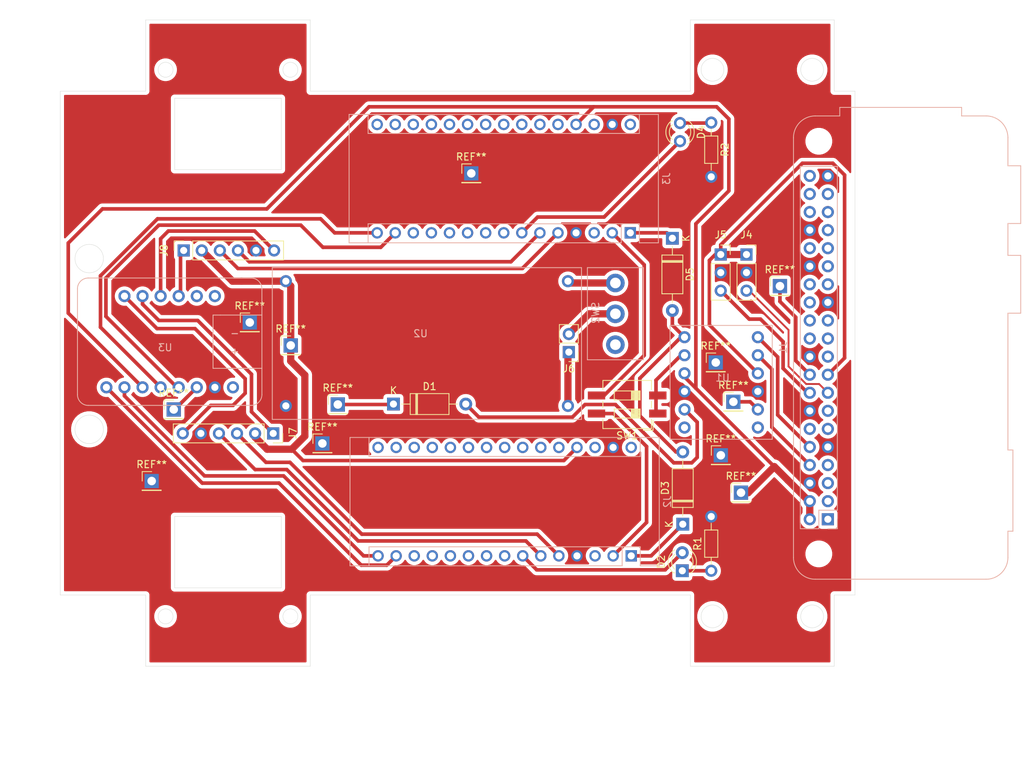
<source format=kicad_pcb>
(kicad_pcb (version 20171130) (host pcbnew 5.1.11-e4df9d881f~92~ubuntu20.04.1)
  (layers (0 F.Cu signal) (31 B.Cu signal) (34 B.Paste user) (35 F.Paste user) (36 B.SilkS user) (37 F.SilkS user) (38 B.Mask user) (39 F.Mask user) (44 Edge.Cuts user))
  (net 0 "")
  (net 1 "Net-(D1-Pad2)")
  (net 2 FLT)
  (net 3 "Net-(D2-Pad2)")
  (net 4 "Net-(D2-Pad1)")
  (net 5 "Net-(D3-Pad2)")
  (net 6 "Net-(D3-Pad1)")
  (net 7 "Net-(D4-Pad2)")
  (net 8 "Net-(D4-Pad1)")
  (net 9 "Net-(D5-Pad1)")
  (net 10 "Net-(J1-Pad40)")
  (net 11 GND)
  (net 12 "Net-(J1-Pad26)")
  (net 13 "Net-(J1-Pad22)")
  (net 14 "Net-(J1-Pad21)")
  (net 15 "Net-(J1-Pad29)")
  (net 16 "Net-(J1-Pad8)")
  (net 17 "Net-(J1-Pad7)")
  (net 18 "Net-(J1-Pad32)")
  (net 19 "Net-(J1-Pad31)")
  (net 20 FLT_pi)
  (net 21 "Net-(J1-Pad36)")
  (net 22 "Net-(J1-Pad35)")
  (net 23 "Net-(J1-Pad33)")
  (net 24 "Net-(J1-Pad38)")
  (net 25 "Net-(J1-Pad37)")
  (net 26 "Net-(J1-Pad19)")
  (net 27 "Net-(J1-Pad10)")
  (net 28 "Net-(J1-Pad13)")
  (net 29 "Net-(J1-Pad28)")
  (net 30 "Net-(J1-Pad27)")
  (net 31 "Net-(J1-Pad12)")
  (net 32 "Net-(J1-Pad11)")
  (net 33 "Net-(J1-Pad24)")
  (net 34 "Net-(J1-Pad23)")
  (net 35 +3V3)
  (net 36 +5V)
  (net 37 "Net-(J1-Pad5)")
  (net 38 "Net-(J1-Pad3)")
  (net 39 "Net-(J2-Pad16)")
  (net 40 PWM_Pin_0_Left)
  (net 41 PWM_Pin_1_Left)
  (net 42 "Net-(J2-Pad13)")
  (net 43 "Net-(J2-Pad28)")
  (net 44 "Net-(J2-Pad12)")
  (net 45 "Net-(J2-Pad26)")
  (net 46 "Net-(J2-Pad10)")
  (net 47 "Net-(J2-Pad25)")
  (net 48 "Net-(J2-Pad9)")
  (net 49 "Net-(J2-Pad24)")
  (net 50 "Net-(J2-Pad8)")
  (net 51 "Net-(J2-Pad23)")
  (net 52 "Net-(J2-Pad22)")
  (net 53 Encoder_B_Left)
  (net 54 "Net-(J2-Pad21)")
  (net 55 Encoder_A_Left)
  (net 56 "Net-(J2-Pad20)")
  (net 57 "Net-(J2-Pad19)")
  (net 58 "Net-(J2-Pad3)")
  (net 59 "Net-(J2-Pad18)")
  (net 60 "Net-(J2-Pad2)")
  (net 61 "Net-(J2-Pad17)")
  (net 62 "Net-(J3-Pad16)")
  (net 63 PWM_Pin_0_Right)
  (net 64 PWM_Pin_1_Right)
  (net 65 "Net-(J3-Pad13)")
  (net 66 "Net-(J3-Pad28)")
  (net 67 "Net-(J3-Pad12)")
  (net 68 "Net-(J3-Pad26)")
  (net 69 "Net-(J3-Pad10)")
  (net 70 "Net-(J3-Pad25)")
  (net 71 "Net-(J3-Pad9)")
  (net 72 "Net-(J3-Pad24)")
  (net 73 "Net-(J3-Pad8)")
  (net 74 "Net-(J3-Pad23)")
  (net 75 "Net-(J3-Pad22)")
  (net 76 Encoder_B_Right)
  (net 77 "Net-(J3-Pad21)")
  (net 78 Encoder_A_Right)
  (net 79 "Net-(J3-Pad20)")
  (net 80 "Net-(J3-Pad19)")
  (net 81 "Net-(J3-Pad3)")
  (net 82 "Net-(J3-Pad18)")
  (net 83 "Net-(J3-Pad2)")
  (net 84 "Net-(J3-Pad17)")
  (net 85 Distance_sensor_1_out)
  (net 86 Distance_sensor_2_out)
  (net 87 /Motor&Power/BAT+)
  (net 88 /Motor&Power/BAT-)
  (net 89 "Net-(J7-Pad6)")
  (net 90 "Net-(J7-Pad1)")
  (net 91 "Net-(J8-Pad6)")
  (net 92 "Net-(J8-Pad1)")
  (net 93 "Net-(SW1-Pad1)")
  (net 94 "Net-(U1-Pad6)")
  (net 95 "Net-(U3-Pad6)")
  (net 96 "Net-(U3-Pad5)")
  (net 97 "Net-(U1-Pad12)")
  (net 98 "Net-(J6-Pad2)")
  (net 99 "Net-(SW2-Pad3)")
  (net 100 "Net-(J2-Pad11)")
  (net 101 "Net-(J3-Pad11)")
  (net 102 "Net-(J2-Pad30)")
  (net 103 "Net-(J3-Pad30)")
  (module Connector_PinHeader_2.54mm:PinHeader_1x01_P2.54mm_Vertical (layer F.Cu) (at 167.259 112.7125)
    (fp_text reference REF** (at 0 -2.33) (layer F.SilkS))
    (fp_text value PinHeader_1x01_P2.54mm_Vertical)
    (pad 1 thru_hole rect (at 0 0) (size 2 2) (drill 1.2) (layers *.Cu *.Mask) (net 20 FLT_pi))
  )
  (module Connector_PinHeader_2.54mm:PinHeader_1x01_P2.54mm_Vertical (layer F.Cu) (at 173.7995 96.4565)
    (fp_text reference REF** (at 0 -2.33) (layer F.SilkS))
    (fp_text value PinHeader_1x01_P2.54mm_Vertical)
    (pad 1 thru_hole rect (at 0 0) (size 2 2) (drill 1.2) (layers *.Cu *.Mask) (net 20 FLT_pi))
  )
  (module USER:Logic_level_converter_breakout (layer B.Cu) (at 172.72 117.983 180)
    (fp_text reference U1 (at 6.985 8.636) (layer B.SilkS) (effects (justify mirror)))
    (fp_text value Logic_Level_Shifter)
    (pad 12 thru_hole circle (at 12.327 1.651 180) (size 1.7 1.7) (drill 1) (layers *.Cu *.Mask) (net 97 "Net-(U1-Pad12)"))
    (pad 11 thru_hole circle (at 12.327 4.191 180) (size 1.7 1.7) (drill 1) (layers *.Cu *.Mask) (net 1 "Net-(D1-Pad2)"))
    (pad 10 thru_hole circle (at 12.327 6.731 180) (size 1.7 1.7) (drill 1) (layers *.Cu *.Mask) (net 11 GND))
    (pad 9 thru_hole circle (at 12.327 9.271 180) (size 1.7 1.7) (drill 1) (layers *.Cu *.Mask) (net 36 +5V))
    (pad 8 thru_hole circle (at 12.327 11.811 180) (size 1.7 1.7) (drill 1) (layers *.Cu *.Mask) (net 93 "Net-(SW1-Pad1)"))
    (pad 7 thru_hole circle (at 12.327 14.351 180) (size 1.7 1.7) (drill 1) (layers *.Cu *.Mask) (net 5 "Net-(D3-Pad2)"))
    (pad 6 thru_hole circle (at 2.024 1.651 180) (size 1.7 1.7) (drill 1) (layers *.Cu *.Mask) (net 94 "Net-(U1-Pad6)"))
    (pad 5 thru_hole circle (at 2.024 4.191 180) (size 1.7 1.7) (drill 1) (layers *.Cu *.Mask) (net 20 FLT_pi))
    (pad 4 thru_hole circle (at 2.024 6.731 180) (size 1.7 1.7) (drill 1) (layers *.Cu *.Mask) (net 11 GND))
    (pad 3 thru_hole circle (at 2.024 9.271 180) (size 1.7 1.7) (drill 1) (layers *.Cu *.Mask) (net 35 +3V3))
    (pad 2 thru_hole circle (at 2.024 11.811 180) (size 1.7 1.7) (drill 1) (layers *.Cu *.Mask) (net 16 "Net-(J1-Pad8)"))
    (pad 1 thru_hole circle (at 2.024 14.351 180) (size 1.7 1.7) (drill 1) (layers *.Cu *.Mask) (net 27 "Net-(J1-Pad10)"))
  )
  (module Connector_PinHeader_2.54mm:PinHeader_1x01_P2.54mm_Vertical (layer F.Cu) (at 111.6965 113.0935)
    (fp_text reference REF** (at 0 -2.33) (layer F.SilkS))
    (fp_text value PinHeader_1x01_P2.54mm_Vertical)
    (pad 1 thru_hole rect (at 0 0) (size 2 2) (drill 1.2) (layers *.Cu *.Mask) (net 2 FLT))
  )
  (module Connector_PinHeader_2.54mm:PinHeader_1x01_P2.54mm_Vertical (layer F.Cu) (at 88.646 113.792)
    (fp_text reference REF** (at 0 -2.33) (layer F.SilkS))
    (fp_text value PinHeader_1x01_P2.54mm_Vertical)
    (pad 1 thru_hole rect (at 0 0) (size 2 2) (drill 1.2) (layers *.Cu *.Mask) (net 2 FLT))
  )
  (module Connector_PinHeader_2.54mm:PinHeader_1x01_P2.54mm_Vertical (layer F.Cu) (at 99.3267 101.5619)
    (fp_text reference REF** (at 0 -2.33) (layer F.SilkS))
    (fp_text value PinHeader_1x01_P2.54mm_Vertical)
    (pad 1 thru_hole rect (at 0 0) (size 2 2) (drill 1.2) (layers *.Cu *.Mask) (net 11 GND))
  )
  (module Connector_PinHeader_2.54mm:PinHeader_1x01_P2.54mm_Vertical (layer F.Cu) (at 165.4937 120.2309)
    (fp_text reference REF** (at 0 -2.33) (layer F.SilkS))
    (fp_text value PinHeader_1x01_P2.54mm_Vertical)
    (pad 1 thru_hole rect (at 0 0) (size 2 2) (drill 1.2) (layers *.Cu *.Mask) (net 11 GND))
  )
  (module Connector_PinHeader_2.54mm:PinHeader_1x01_P2.54mm_Vertical (layer F.Cu) (at 164.7825 107.188)
    (fp_text reference REF** (at 0 -2.33) (layer F.SilkS))
    (fp_text value PinHeader_1x01_P2.54mm_Vertical)
    (pad 1 thru_hole rect (at 0 0) (size 2 2) (drill 1.2) (layers *.Cu *.Mask) (net 11 GND))
  )
  (module Connector_PinHeader_2.54mm:PinHeader_1x01_P2.54mm_Vertical (layer F.Cu) (at 130.4417 80.6069)
    (fp_text reference REF** (at 0 -2.33) (layer F.SilkS))
    (fp_text value PinHeader_1x01_P2.54mm_Vertical)
    (pad 1 thru_hole rect (at 0 0) (size 2 2) (drill 1.2) (layers *.Cu *.Mask) (net 11 GND))
  )
  (module Connector_PinHeader_2.54mm:PinHeader_1x01_P2.54mm_Vertical (layer F.Cu) (at 168.3258 125.4887)
    (fp_text reference REF** (at 0 -2.33) (layer F.SilkS))
    (fp_text value PinHeader_1x01_P2.54mm_Vertical)
    (pad 1 thru_hole rect (at 0 0) (size 2 2) (drill 1.2) (layers *.Cu *.Mask) (net 36 +5V))
  )
  (module Button_Switch_SMD:SW_DIP_SPSTx02_Slide_6.7x6.64mm_W8.61mm_P2.54mm_LowProfile (layer F.Cu) (at 152.3365 113.0935 180)
    (fp_text reference SW1 (at 0 -4.38) (layer F.SilkS))
    (fp_text value SW_DIP_x02)
    (pad 4 smd rect (at 4.305 -1.27 180) (size 2.44 1.12) (layers F.Cu F.Paste F.Mask) (net 60 "Net-(J2-Pad2)"))
    (pad 2 smd rect (at -4.305 1.27 180) (size 2.44 1.12) (layers F.Cu F.Paste F.Mask) (net 93 "Net-(SW1-Pad1)"))
    (pad 3 smd rect (at 4.305 1.27 180) (size 2.44 1.12) (layers F.Cu F.Paste F.Mask) (net 83 "Net-(J3-Pad2)"))
    (pad 1 smd rect (at -4.305 -1.27 180) (size 2.44 1.12) (layers F.Cu F.Paste F.Mask) (net 93 "Net-(SW1-Pad1)"))
  )
  (module Connector_PinHeader_2.54mm:PinHeader_1x01_P2.54mm_Vertical (layer F.Cu) (at 105.0798 104.7877)
    (fp_text reference REF** (at 0 -2.33) (layer F.SilkS))
    (fp_text value PinHeader_1x01_P2.54mm_Vertical)
    (pad 1 thru_hole rect (at 0 0) (size 2 2) (drill 1.2) (layers *.Cu *.Mask) (net 36 +5V))
  )
  (module Connector_PinHeader_2.54mm:PinHeader_1x01_P2.54mm_Vertical (layer F.Cu) (at 109.5248 118.5672)
    (fp_text reference REF** (at 0 -2.33) (layer F.SilkS))
    (fp_text value PinHeader_1x01_P2.54mm_Vertical)
    (pad 1 thru_hole rect (at 0 0) (size 2 2) (drill 1.2) (layers *.Cu *.Mask) (net 11 GND))
  )
  (module Connector_PinHeader_2.54mm:PinHeader_1x01_P2.54mm_Vertical (layer F.Cu) (at 85.5472 123.8504)
    (fp_text reference REF** (at 0 -2.33) (layer F.SilkS))
    (fp_text value PinHeader_1x01_P2.54mm_Vertical)
    (pad 1 thru_hole rect (at 0 0) (size 2 2) (drill 1.2) (layers *.Cu *.Mask) (net 11 GND))
  )
  (module Resistor_THT:R_Axial_DIN0204_L3.6mm_D1.6mm_P7.62mm_Horizontal (layer F.Cu) (at 164.1475 73.4695 270)
    (fp_text reference R2 (at 3.81 -1.92 90) (layer F.SilkS))
    (fp_text value 470)
    (pad 2 thru_hole circle (at 7.62 0 270) (size 1.7 1.7) (drill 1) (layers *.Cu *.Mask) (net 11 GND))
    (pad 1 thru_hole circle (at 0 0 270) (size 1.7 1.7) (drill 1) (layers *.Cu *.Mask) (net 8 "Net-(D4-Pad1)"))
  )
  (module LED_THT:LED_D3.0mm (layer F.Cu) (at 159.766 73.533 270)
    (fp_text reference D4 (at 1.27 -2.96 90) (layer F.SilkS))
    (fp_text value LED)
    (pad 2 thru_hole circle (at 2.54 0 270) (size 1.7 1.7) (drill 1) (layers *.Cu *.Mask) (net 7 "Net-(D4-Pad2)"))
    (pad 1 thru_hole circle (at 0 0 270) (size 1.7 1.7) (drill 1) (layers *.Cu *.Mask) (net 8 "Net-(D4-Pad1)"))
  )
  (module Connector_PinSocket_2.54mm:PinSocket_1x06_P2.54mm_Vertical (layer F.Cu) (at 90.043 91.44 90)
    (fp_text reference J8 (at 0 -2.77 -90) (layer F.SilkS))
    (fp_text value Motor_Right)
    (pad 6 thru_hole oval (at 0 12.7 90) (size 1.7 1.7) (drill 1) (layers *.Cu *.Mask) (net 91 "Net-(J8-Pad6)"))
    (pad 5 thru_hole oval (at 0 10.16 90) (size 1.7 1.7) (drill 1) (layers *.Cu *.Mask) (net 11 GND))
    (pad 4 thru_hole oval (at 0 7.62 90) (size 1.7 1.7) (drill 1) (layers *.Cu *.Mask) (net 76 Encoder_B_Right))
    (pad 3 thru_hole oval (at 0 5.08 90) (size 1.7 1.7) (drill 1) (layers *.Cu *.Mask) (net 78 Encoder_A_Right))
    (pad 2 thru_hole oval (at 0 2.54 90) (size 1.7 1.7) (drill 1) (layers *.Cu *.Mask) (net 36 +5V))
    (pad 1 thru_hole rect (at 0 0 90) (size 1.7 1.7) (drill 1) (layers *.Cu *.Mask) (net 92 "Net-(J8-Pad1)"))
  )
  (module Connector_PinSocket_2.54mm:PinSocket_1x06_P2.54mm_Vertical (layer F.Cu) (at 102.616 117.1575 270)
    (fp_text reference J7 (at 0 -2.77 270) (layer F.SilkS))
    (fp_text value Motor_Left)
    (pad 6 thru_hole oval (at 0 12.7 270) (size 1.7 1.7) (drill 1) (layers *.Cu *.Mask) (net 89 "Net-(J7-Pad6)"))
    (pad 5 thru_hole oval (at 0 10.16 270) (size 1.7 1.7) (drill 1) (layers *.Cu *.Mask) (net 11 GND))
    (pad 4 thru_hole oval (at 0 7.62 270) (size 1.7 1.7) (drill 1) (layers *.Cu *.Mask) (net 53 Encoder_B_Left))
    (pad 3 thru_hole oval (at 0 5.08 270) (size 1.7 1.7) (drill 1) (layers *.Cu *.Mask) (net 55 Encoder_A_Left))
    (pad 2 thru_hole oval (at 0 2.54 270) (size 1.7 1.7) (drill 1) (layers *.Cu *.Mask) (net 36 +5V))
    (pad 1 thru_hole rect (at 0 0 270) (size 1.7 1.7) (drill 1) (layers *.Cu *.Mask) (net 90 "Net-(J7-Pad1)"))
  )
  (module LED_THT:LED_D3.0mm (layer F.Cu) (at 160.0835 136.4615 90)
    (fp_text reference D2 (at 1.27 -2.96 90) (layer F.SilkS))
    (fp_text value LED)
    (pad 2 thru_hole circle (at 2.54 0 90) (size 1.8 1.8) (drill 1) (layers *.Cu *.Mask) (net 3 "Net-(D2-Pad2)"))
    (pad 1 thru_hole rect (at 0 0 90) (size 1.8 1.8) (drill 1) (layers *.Cu *.Mask) (net 4 "Net-(D2-Pad1)"))
  )
  (module USER:POWER_SWITCH (layer B.Cu) (at 150.6855 100.33 270)
    (fp_text reference SW2 (at -0.127 2.794 270) (layer B.SilkS) (effects (justify mirror)))
    (fp_text value SW_SPDT)
    (pad 3 thru_hole circle (at 4.358 0 270) (size 2.6 2.6) (drill 1.5) (layers *.Cu *.Mask) (net 99 "Net-(SW2-Pad3)"))
    (pad 2 thru_hole circle (at 0.02 0 270) (size 2.6 2.6) (drill 1.5) (layers *.Cu *.Mask) (net 98 "Net-(J6-Pad2)"))
    (pad 1 thru_hole circle (at -4.318 0 270) (size 2.6 2.6) (drill 1.5) (layers *.Cu *.Mask) (net 87 /Motor&Power/BAT+))
  )
  (module USER:DRV8833_breakout_board (layer B.Cu) (at 101.0285 113.2205 180)
    (fp_text reference U3 (at 13.589 8.128) (layer B.SilkS) (effects (justify mirror)))
    (fp_text value DRV8833_breakout_board)
    (fp_text user - (at 3.81 10.16) (layer B.SilkS) (effects (justify mirror)))
    (fp_text user + (at 3.81 7.62) (layer B.SilkS) (effects (justify mirror)))
    (pad 7 thru_hole circle (at 21.844 2.54 180) (size 1.7 1.7) (drill 1) (layers *.Cu *.Mask) (net 40 PWM_Pin_0_Left))
    (pad 8 thru_hole circle (at 19.304 2.54 180) (size 1.7 1.7) (drill 1) (layers *.Cu *.Mask) (net 41 PWM_Pin_1_Left))
    (pad 9 thru_hole circle (at 16.764 2.54 180) (size 1.7 1.7) (drill 1) (layers *.Cu *.Mask) (net 36 +5V))
    (pad 10 thru_hole circle (at 14.224 2.54 180) (size 1.7 1.7) (drill 1) (layers *.Cu *.Mask) (net 63 PWM_Pin_0_Right))
    (pad 11 thru_hole circle (at 11.684 2.54 180) (size 1.7 1.7) (drill 1) (layers *.Cu *.Mask) (net 64 PWM_Pin_1_Right))
    (pad 12 thru_hole circle (at 9.144 2.54 180) (size 1.7 1.7) (drill 1) (layers *.Cu *.Mask) (net 2 FLT))
    (pad 13 thru_hole circle (at 6.604 2.54 180) (size 1.7 1.7) (drill 1) (layers *.Cu *.Mask) (net 11 GND))
    (pad 14 thru_hole circle (at 4.064 2.54 180) (size 1.7 1.7) (drill 1) (layers *.Cu *.Mask) (net 36 +5V))
    (pad 1 thru_hole circle (at 19.304 15.367 180) (size 1.7 1.7) (drill 1) (layers *.Cu *.Mask) (net 89 "Net-(J7-Pad6)"))
    (pad 2 thru_hole circle (at 16.764 15.367 180) (size 1.7 1.7) (drill 1) (layers *.Cu *.Mask) (net 90 "Net-(J7-Pad1)"))
    (pad 3 thru_hole circle (at 14.224 15.367 180) (size 1.7 1.7) (drill 1) (layers *.Cu *.Mask) (net 91 "Net-(J8-Pad6)"))
    (pad 4 thru_hole circle (at 11.684 15.367 180) (size 1.7 1.7) (drill 1) (layers *.Cu *.Mask) (net 92 "Net-(J8-Pad1)"))
    (pad 5 thru_hole circle (at 9.144 15.367 180) (size 1.7 1.7) (drill 1) (layers *.Cu *.Mask) (net 96 "Net-(U3-Pad5)"))
    (pad 6 thru_hole circle (at 6.604 15.367 180) (size 1.7 1.7) (drill 1) (layers *.Cu *.Mask) (net 95 "Net-(U3-Pad6)"))
  )
  (module USER:DC-DCXL6009E1 (layer B.Cu) (at 145.923 115.189 180)
    (fp_text reference U2 (at 22.606 12.065) (layer B.SilkS) (effects (justify mirror)))
    (fp_text value DC-DCXL6009E1)
    (pad 4 thru_hole circle (at 41.529 1.905 180) (size 1.7 1.7) (drill 1) (layers *.Cu *.Mask) (net 11 GND))
    (pad 3 thru_hole circle (at 41.529 19.431 180) (size 1.7 1.7) (drill 1) (layers *.Cu *.Mask) (net 36 +5V))
    (pad 2 thru_hole circle (at 1.905 1.905 180) (size 1.7 1.7) (drill 1) (layers *.Cu *.Mask) (net 88 /Motor&Power/BAT-))
    (pad 1 thru_hole circle (at 1.905 19.431 180) (size 1.7 1.7) (drill 1) (layers *.Cu *.Mask) (net 87 /Motor&Power/BAT+))
  )
  (module Resistor_THT:R_Axial_DIN0204_L3.6mm_D1.6mm_P7.62mm_Horizontal (layer F.Cu) (at 164.1475 136.4615 90)
    (fp_text reference R1 (at 3.81 -1.92 90) (layer F.SilkS))
    (fp_text value 470)
    (pad 2 thru_hole circle (at 7.62 0 90) (size 1.7 1.7) (drill 1) (layers *.Cu *.Mask) (net 11 GND))
    (pad 1 thru_hole circle (at 0 0 90) (size 1.7 1.7) (drill 1) (layers *.Cu *.Mask) (net 4 "Net-(D2-Pad1)"))
  )
  (module Connector_PinHeader_2.54mm:PinHeader_1x02_P2.54mm_Vertical (layer F.Cu) (at 144.145 105.7275 180)
    (fp_text reference J6 (at 0 -2.33) (layer F.SilkS))
    (fp_text value Battery_Connector)
    (pad 2 thru_hole oval (at 0 2.54 180) (size 1.7 1.7) (drill 1) (layers *.Cu *.Mask) (net 98 "Net-(J6-Pad2)"))
    (pad 1 thru_hole rect (at 0 0 180) (size 1.7 1.7) (drill 1) (layers *.Cu *.Mask) (net 88 /Motor&Power/BAT-))
  )
  (module Connector_PinSocket_2.54mm:PinSocket_1x03_P2.54mm_Vertical (layer F.Cu) (at 165.481 92.0115)
    (fp_text reference J5 (at 0 -2.77) (layer F.SilkS))
    (fp_text value Conn_01x03)
    (pad 3 thru_hole oval (at 0 5.08) (size 1.7 1.7) (drill 1) (layers *.Cu *.Mask) (net 86 Distance_sensor_2_out))
    (pad 2 thru_hole oval (at 0 2.54) (size 1.7 1.7) (drill 1) (layers *.Cu *.Mask) (net 11 GND))
    (pad 1 thru_hole rect (at 0 0) (size 1.7 1.7) (drill 1) (layers *.Cu *.Mask) (net 35 +3V3))
  )
  (module Connector_PinSocket_2.54mm:PinSocket_1x03_P2.54mm_Vertical (layer F.Cu) (at 169.1005 92.0115)
    (fp_text reference J4 (at 0 -2.77) (layer F.SilkS))
    (fp_text value Conn_01x03)
    (pad 3 thru_hole oval (at 0 5.08) (size 1.7 1.7) (drill 1) (layers *.Cu *.Mask) (net 85 Distance_sensor_1_out))
    (pad 2 thru_hole oval (at 0 2.54) (size 1.7 1.7) (drill 1) (layers *.Cu *.Mask) (net 11 GND))
    (pad 1 thru_hole rect (at 0 0) (size 1.7 1.7) (drill 1) (layers *.Cu *.Mask) (net 35 +3V3))
  )
  (module Module:Arduino_Nano (layer B.Cu) (at 152.781 88.9635 90)
    (fp_text reference J3 (at 7.62 5.08 -90) (layer B.SilkS) (effects (justify mirror)))
    (fp_text value Arduino_Nano_Every)
    (pad 16 thru_hole oval (at 15.24 -35.56 90) (size 1.6 1.6) (drill 1) (layers *.Cu *.Mask) (net 62 "Net-(J3-Pad16)"))
    (pad 15 thru_hole oval (at 0 -35.56 90) (size 1.6 1.6) (drill 1) (layers *.Cu *.Mask) (net 63 PWM_Pin_0_Right))
    (pad 30 thru_hole oval (at 15.24 0 90) (size 1.6 1.6) (drill 1) (layers *.Cu *.Mask) (net 103 "Net-(J3-Pad30)"))
    (pad 14 thru_hole oval (at 0 -33.02 90) (size 1.6 1.6) (drill 1) (layers *.Cu *.Mask) (net 64 PWM_Pin_1_Right))
    (pad 29 thru_hole oval (at 15.24 -2.54 90) (size 1.6 1.6) (drill 1) (layers *.Cu *.Mask) (net 11 GND))
    (pad 13 thru_hole oval (at 0 -30.48 90) (size 1.6 1.6) (drill 1) (layers *.Cu *.Mask) (net 65 "Net-(J3-Pad13)"))
    (pad 28 thru_hole oval (at 15.24 -5.08 90) (size 1.6 1.6) (drill 1) (layers *.Cu *.Mask) (net 66 "Net-(J3-Pad28)"))
    (pad 12 thru_hole oval (at 0 -27.94 90) (size 1.6 1.6) (drill 1) (layers *.Cu *.Mask) (net 67 "Net-(J3-Pad12)"))
    (pad 27 thru_hole oval (at 15.24 -7.62 90) (size 1.6 1.6) (drill 1) (layers *.Cu *.Mask) (net 36 +5V))
    (pad 11 thru_hole oval (at 0 -25.4 90) (size 1.6 1.6) (drill 1) (layers *.Cu *.Mask) (net 101 "Net-(J3-Pad11)"))
    (pad 26 thru_hole oval (at 15.24 -10.16 90) (size 1.6 1.6) (drill 1) (layers *.Cu *.Mask) (net 68 "Net-(J3-Pad26)"))
    (pad 10 thru_hole oval (at 0 -22.86 90) (size 1.6 1.6) (drill 1) (layers *.Cu *.Mask) (net 69 "Net-(J3-Pad10)"))
    (pad 25 thru_hole oval (at 15.24 -12.7 90) (size 1.6 1.6) (drill 1) (layers *.Cu *.Mask) (net 70 "Net-(J3-Pad25)"))
    (pad 9 thru_hole oval (at 0 -20.32 90) (size 1.6 1.6) (drill 1) (layers *.Cu *.Mask) (net 71 "Net-(J3-Pad9)"))
    (pad 24 thru_hole oval (at 15.24 -15.24 90) (size 1.6 1.6) (drill 1) (layers *.Cu *.Mask) (net 72 "Net-(J3-Pad24)"))
    (pad 8 thru_hole oval (at 0 -17.78 90) (size 1.6 1.6) (drill 1) (layers *.Cu *.Mask) (net 73 "Net-(J3-Pad8)"))
    (pad 23 thru_hole oval (at 15.24 -17.78 90) (size 1.6 1.6) (drill 1) (layers *.Cu *.Mask) (net 74 "Net-(J3-Pad23)"))
    (pad 7 thru_hole oval (at 0 -15.24 90) (size 1.6 1.6) (drill 1) (layers *.Cu *.Mask) (net 7 "Net-(D4-Pad2)"))
    (pad 22 thru_hole oval (at 15.24 -20.32 90) (size 1.6 1.6) (drill 1) (layers *.Cu *.Mask) (net 75 "Net-(J3-Pad22)"))
    (pad 6 thru_hole oval (at 0 -12.7 90) (size 1.6 1.6) (drill 1) (layers *.Cu *.Mask) (net 76 Encoder_B_Right))
    (pad 21 thru_hole oval (at 15.24 -22.86 90) (size 1.6 1.6) (drill 1) (layers *.Cu *.Mask) (net 77 "Net-(J3-Pad21)"))
    (pad 5 thru_hole oval (at 0 -10.16 90) (size 1.6 1.6) (drill 1) (layers *.Cu *.Mask) (net 78 Encoder_A_Right))
    (pad 20 thru_hole oval (at 15.24 -25.4 90) (size 1.6 1.6) (drill 1) (layers *.Cu *.Mask) (net 79 "Net-(J3-Pad20)"))
    (pad 4 thru_hole oval (at 0 -7.62 90) (size 1.6 1.6) (drill 1) (layers *.Cu *.Mask) (net 11 GND))
    (pad 19 thru_hole oval (at 15.24 -27.94 90) (size 1.6 1.6) (drill 1) (layers *.Cu *.Mask) (net 80 "Net-(J3-Pad19)"))
    (pad 3 thru_hole oval (at 0 -5.08 90) (size 1.6 1.6) (drill 1) (layers *.Cu *.Mask) (net 81 "Net-(J3-Pad3)"))
    (pad 18 thru_hole oval (at 15.24 -30.48 90) (size 1.6 1.6) (drill 1) (layers *.Cu *.Mask) (net 82 "Net-(J3-Pad18)"))
    (pad 2 thru_hole oval (at 0 -2.54 90) (size 1.6 1.6) (drill 1) (layers *.Cu *.Mask) (net 83 "Net-(J3-Pad2)"))
    (pad 17 thru_hole oval (at 15.24 -33.02 90) (size 1.6 1.6) (drill 1) (layers *.Cu *.Mask) (net 84 "Net-(J3-Pad17)"))
    (pad 1 thru_hole rect (at 0 0 90) (size 1.6 1.6) (drill 1) (layers *.Cu *.Mask) (net 9 "Net-(D5-Pad1)"))
  )
  (module Module:Arduino_Nano (layer B.Cu) (at 152.908 134.366 90)
    (fp_text reference J2 (at 7.62 5.08 -90) (layer B.SilkS) (effects (justify mirror)))
    (fp_text value Arduino_Nano_Every)
    (pad 16 thru_hole oval (at 15.24 -35.56 90) (size 1.6 1.6) (drill 1) (layers *.Cu *.Mask) (net 39 "Net-(J2-Pad16)"))
    (pad 15 thru_hole oval (at 0 -35.56 90) (size 1.6 1.6) (drill 1) (layers *.Cu *.Mask) (net 41 PWM_Pin_1_Left))
    (pad 30 thru_hole oval (at 15.24 0 90) (size 1.6 1.6) (drill 1) (layers *.Cu *.Mask) (net 102 "Net-(J2-Pad30)"))
    (pad 14 thru_hole oval (at 0 -33.02 90) (size 1.6 1.6) (drill 1) (layers *.Cu *.Mask) (net 40 PWM_Pin_0_Left))
    (pad 29 thru_hole oval (at 15.24 -2.54 90) (size 1.6 1.6) (drill 1) (layers *.Cu *.Mask) (net 11 GND))
    (pad 13 thru_hole oval (at 0 -30.48 90) (size 1.6 1.6) (drill 1) (layers *.Cu *.Mask) (net 42 "Net-(J2-Pad13)"))
    (pad 28 thru_hole oval (at 15.24 -5.08 90) (size 1.6 1.6) (drill 1) (layers *.Cu *.Mask) (net 43 "Net-(J2-Pad28)"))
    (pad 12 thru_hole oval (at 0 -27.94 90) (size 1.6 1.6) (drill 1) (layers *.Cu *.Mask) (net 44 "Net-(J2-Pad12)"))
    (pad 27 thru_hole oval (at 15.24 -7.62 90) (size 1.6 1.6) (drill 1) (layers *.Cu *.Mask) (net 36 +5V))
    (pad 11 thru_hole oval (at 0 -25.4 90) (size 1.6 1.6) (drill 1) (layers *.Cu *.Mask) (net 100 "Net-(J2-Pad11)"))
    (pad 26 thru_hole oval (at 15.24 -10.16 90) (size 1.6 1.6) (drill 1) (layers *.Cu *.Mask) (net 45 "Net-(J2-Pad26)"))
    (pad 10 thru_hole oval (at 0 -22.86 90) (size 1.6 1.6) (drill 1) (layers *.Cu *.Mask) (net 46 "Net-(J2-Pad10)"))
    (pad 25 thru_hole oval (at 15.24 -12.7 90) (size 1.6 1.6) (drill 1) (layers *.Cu *.Mask) (net 47 "Net-(J2-Pad25)"))
    (pad 9 thru_hole oval (at 0 -20.32 90) (size 1.6 1.6) (drill 1) (layers *.Cu *.Mask) (net 48 "Net-(J2-Pad9)"))
    (pad 24 thru_hole oval (at 15.24 -15.24 90) (size 1.6 1.6) (drill 1) (layers *.Cu *.Mask) (net 49 "Net-(J2-Pad24)"))
    (pad 8 thru_hole oval (at 0 -17.78 90) (size 1.6 1.6) (drill 1) (layers *.Cu *.Mask) (net 50 "Net-(J2-Pad8)"))
    (pad 23 thru_hole oval (at 15.24 -17.78 90) (size 1.6 1.6) (drill 1) (layers *.Cu *.Mask) (net 51 "Net-(J2-Pad23)"))
    (pad 7 thru_hole oval (at 0 -15.24 90) (size 1.6 1.6) (drill 1) (layers *.Cu *.Mask) (net 3 "Net-(D2-Pad2)"))
    (pad 22 thru_hole oval (at 15.24 -20.32 90) (size 1.6 1.6) (drill 1) (layers *.Cu *.Mask) (net 52 "Net-(J2-Pad22)"))
    (pad 6 thru_hole oval (at 0 -12.7 90) (size 1.6 1.6) (drill 1) (layers *.Cu *.Mask) (net 53 Encoder_B_Left))
    (pad 21 thru_hole oval (at 15.24 -22.86 90) (size 1.6 1.6) (drill 1) (layers *.Cu *.Mask) (net 54 "Net-(J2-Pad21)"))
    (pad 5 thru_hole oval (at 0 -10.16 90) (size 1.6 1.6) (drill 1) (layers *.Cu *.Mask) (net 55 Encoder_A_Left))
    (pad 20 thru_hole oval (at 15.24 -25.4 90) (size 1.6 1.6) (drill 1) (layers *.Cu *.Mask) (net 56 "Net-(J2-Pad20)"))
    (pad 4 thru_hole oval (at 0 -7.62 90) (size 1.6 1.6) (drill 1) (layers *.Cu *.Mask) (net 11 GND))
    (pad 19 thru_hole oval (at 15.24 -27.94 90) (size 1.6 1.6) (drill 1) (layers *.Cu *.Mask) (net 57 "Net-(J2-Pad19)"))
    (pad 3 thru_hole oval (at 0 -5.08 90) (size 1.6 1.6) (drill 1) (layers *.Cu *.Mask) (net 58 "Net-(J2-Pad3)"))
    (pad 18 thru_hole oval (at 15.24 -30.48 90) (size 1.6 1.6) (drill 1) (layers *.Cu *.Mask) (net 59 "Net-(J2-Pad18)"))
    (pad 2 thru_hole oval (at 0 -2.54 90) (size 1.6 1.6) (drill 1) (layers *.Cu *.Mask) (net 60 "Net-(J2-Pad2)"))
    (pad 17 thru_hole oval (at 15.24 -33.02 90) (size 1.6 1.6) (drill 1) (layers *.Cu *.Mask) (net 61 "Net-(J2-Pad17)"))
    (pad 1 thru_hole rect (at 0 0 90) (size 1.6 1.6) (drill 1) (layers *.Cu *.Mask) (net 6 "Net-(D3-Pad1)"))
  )
  (module Module:Raspberry_Pi_Zero_Socketed_THT_FaceDown_MountingHoles (layer B.Cu) (at 180.5305 129.2225)
    (fp_text reference J1 (at -6.27 -24.13 -90) (layer B.SilkS) (effects (justify mirror)))
    (fp_text value Raspberry_Pi_2_3)
    (pad "" np_thru_hole circle (at -1.27 -53.13 270) (size 2.75 2.75) (drill 2.75) (layers *.Cu *.Mask))
    (pad "" np_thru_hole circle (at 21.73 4.87 270) (size 2.75 2.75) (drill 2.75) (layers *.Cu *.Mask))
    (pad "" np_thru_hole circle (at 21.73 -53.13 270) (size 2.75 2.75) (drill 2.75) (layers *.Cu *.Mask))
    (pad "" np_thru_hole circle (at -1.27 4.87 270) (size 2.75 2.75) (drill 2.75) (layers *.Cu *.Mask))
    (pad 40 thru_hole oval (at -2.54 -48.26) (size 1.7 1.7) (drill 1) (layers *.Cu *.Mask) (net 10 "Net-(J1-Pad40)"))
    (pad 39 thru_hole oval (at 0 -48.26) (size 1.7 1.7) (drill 1) (layers *.Cu *.Mask) (net 11 GND))
    (pad 26 thru_hole oval (at -2.54 -30.48) (size 1.7 1.7) (drill 1) (layers *.Cu *.Mask) (net 12 "Net-(J1-Pad26)"))
    (pad 25 thru_hole oval (at 0 -30.48) (size 1.7 1.7) (drill 1) (layers *.Cu *.Mask) (net 11 GND))
    (pad 22 thru_hole oval (at -2.54 -25.4) (size 1.7 1.7) (drill 1) (layers *.Cu *.Mask) (net 13 "Net-(J1-Pad22)"))
    (pad 21 thru_hole oval (at 0 -25.4) (size 1.7 1.7) (drill 1) (layers *.Cu *.Mask) (net 14 "Net-(J1-Pad21)"))
    (pad 30 thru_hole oval (at -2.54 -35.56) (size 1.7 1.7) (drill 1) (layers *.Cu *.Mask) (net 11 GND))
    (pad 29 thru_hole oval (at 0 -35.56) (size 1.7 1.7) (drill 1) (layers *.Cu *.Mask) (net 15 "Net-(J1-Pad29)"))
    (pad 8 thru_hole oval (at -2.54 -7.62) (size 1.7 1.7) (drill 1) (layers *.Cu *.Mask) (net 16 "Net-(J1-Pad8)"))
    (pad 7 thru_hole oval (at 0 -7.62) (size 1.7 1.7) (drill 1) (layers *.Cu *.Mask) (net 17 "Net-(J1-Pad7)"))
    (pad 32 thru_hole oval (at -2.54 -38.1) (size 1.7 1.7) (drill 1) (layers *.Cu *.Mask) (net 18 "Net-(J1-Pad32)"))
    (pad 31 thru_hole oval (at 0 -38.1) (size 1.7 1.7) (drill 1) (layers *.Cu *.Mask) (net 19 "Net-(J1-Pad31)"))
    (pad 18 thru_hole oval (at -2.54 -20.32) (size 1.7 1.7) (drill 1) (layers *.Cu *.Mask) (net 20 FLT_pi))
    (pad 17 thru_hole oval (at 0 -20.32) (size 1.7 1.7) (drill 1) (layers *.Cu *.Mask) (net 35 +3V3))
    (pad 36 thru_hole oval (at -2.54 -43.18) (size 1.7 1.7) (drill 1) (layers *.Cu *.Mask) (net 21 "Net-(J1-Pad36)"))
    (pad 35 thru_hole oval (at 0 -43.18) (size 1.7 1.7) (drill 1) (layers *.Cu *.Mask) (net 22 "Net-(J1-Pad35)"))
    (pad 34 thru_hole oval (at -2.54 -40.64) (size 1.7 1.7) (drill 1) (layers *.Cu *.Mask) (net 11 GND))
    (pad 33 thru_hole oval (at 0 -40.64) (size 1.7 1.7) (drill 1) (layers *.Cu *.Mask) (net 23 "Net-(J1-Pad33)"))
    (pad 38 thru_hole oval (at -2.54 -45.72) (size 1.7 1.7) (drill 1) (layers *.Cu *.Mask) (net 24 "Net-(J1-Pad38)"))
    (pad 37 thru_hole oval (at 0 -45.72) (size 1.7 1.7) (drill 1) (layers *.Cu *.Mask) (net 25 "Net-(J1-Pad37)"))
    (pad 20 thru_hole oval (at -2.54 -22.86) (size 1.7 1.7) (drill 1) (layers *.Cu *.Mask) (net 11 GND))
    (pad 19 thru_hole oval (at 0 -22.86) (size 1.7 1.7) (drill 1) (layers *.Cu *.Mask) (net 26 "Net-(J1-Pad19)"))
    (pad 10 thru_hole oval (at -2.54 -10.16) (size 1.7 1.7) (drill 1) (layers *.Cu *.Mask) (net 27 "Net-(J1-Pad10)"))
    (pad 9 thru_hole oval (at 0 -10.16) (size 1.7 1.7) (drill 1) (layers *.Cu *.Mask) (net 11 GND))
    (pad 14 thru_hole oval (at -2.54 -15.24) (size 1.7 1.7) (drill 1) (layers *.Cu *.Mask) (net 11 GND))
    (pad 13 thru_hole oval (at 0 -15.24) (size 1.7 1.7) (drill 1) (layers *.Cu *.Mask) (net 28 "Net-(J1-Pad13)"))
    (pad 28 thru_hole oval (at -2.54 -33.02) (size 1.7 1.7) (drill 1) (layers *.Cu *.Mask) (net 29 "Net-(J1-Pad28)"))
    (pad 27 thru_hole oval (at 0 -33.02) (size 1.7 1.7) (drill 1) (layers *.Cu *.Mask) (net 30 "Net-(J1-Pad27)"))
    (pad 12 thru_hole oval (at -2.54 -12.7) (size 1.7 1.7) (drill 1) (layers *.Cu *.Mask) (net 31 "Net-(J1-Pad12)"))
    (pad 11 thru_hole oval (at 0 -12.7) (size 1.7 1.7) (drill 1) (layers *.Cu *.Mask) (net 32 "Net-(J1-Pad11)"))
    (pad 24 thru_hole oval (at -2.54 -27.94) (size 1.7 1.7) (drill 1) (layers *.Cu *.Mask) (net 33 "Net-(J1-Pad24)"))
    (pad 23 thru_hole oval (at 0 -27.94) (size 1.7 1.7) (drill 1) (layers *.Cu *.Mask) (net 34 "Net-(J1-Pad23)"))
    (pad 1 thru_hole rect (at 0 0) (size 1.7 1.7) (drill 1) (layers *.Cu *.Mask) (net 35 +3V3))
    (pad 2 thru_hole oval (at -2.54 0) (size 1.7 1.7) (drill 1) (layers *.Cu *.Mask) (net 36 +5V))
    (pad 5 thru_hole oval (at 0 -5.08) (size 1.7 1.7) (drill 1) (layers *.Cu *.Mask) (net 37 "Net-(J1-Pad5)"))
    (pad 4 thru_hole oval (at -2.54 -2.54) (size 1.7 1.7) (drill 1) (layers *.Cu *.Mask) (net 36 +5V))
    (pad 16 thru_hole oval (at -2.54 -17.78) (size 1.7 1.7) (drill 1) (layers *.Cu *.Mask) (net 86 Distance_sensor_2_out))
    (pad 15 thru_hole oval (at 0 -17.78) (size 1.7 1.7) (drill 1) (layers *.Cu *.Mask) (net 85 Distance_sensor_1_out))
    (pad 3 thru_hole oval (at 0 -2.54) (size 1.7 1.7) (drill 1) (layers *.Cu *.Mask) (net 38 "Net-(J1-Pad3)"))
    (pad 6 thru_hole oval (at -2.54 -5.08) (size 1.7 1.7) (drill 1) (layers *.Cu *.Mask) (net 11 GND))
  )
  (module Diode_THT:D_A-405_P10.16mm_Horizontal (layer F.Cu) (at 158.6865 89.7255 270)
    (fp_text reference D5 (at 5.08 -2.47 90) (layer F.SilkS))
    (fp_text value DIODE)
    (fp_text user K (at 0 -1.9 90) (layer F.SilkS))
    (pad 2 thru_hole oval (at 10.16 0 270) (size 1.8 1.8) (drill 0.9) (layers *.Cu *.Mask) (net 5 "Net-(D3-Pad2)"))
    (pad 1 thru_hole rect (at 0 0 270) (size 1.8 1.8) (drill 1) (layers *.Cu *.Mask) (net 9 "Net-(D5-Pad1)"))
  )
  (module Diode_THT:D_A-405_P10.16mm_Horizontal (layer F.Cu) (at 160.147 129.921 90)
    (fp_text reference D3 (at 5.08 -2.47 90) (layer F.SilkS))
    (fp_text value DIODE)
    (fp_text user K (at 0 -1.9 90) (layer F.SilkS))
    (pad 2 thru_hole oval (at 10.16 0 90) (size 1.8 1.8) (drill 1) (layers *.Cu *.Mask) (net 5 "Net-(D3-Pad2)"))
    (pad 1 thru_hole rect (at 0 0 90) (size 1.8 1.8) (drill 1) (layers *.Cu *.Mask) (net 6 "Net-(D3-Pad1)"))
  )
  (module Diode_THT:D_A-405_P10.16mm_Horizontal (layer F.Cu) (at 119.507 113.03)
    (fp_text reference D1 (at 5.08 -2.47) (layer F.SilkS))
    (fp_text value DIODE)
    (fp_text user K (at 0 -1.9) (layer F.SilkS))
    (pad 2 thru_hole oval (at 10.16 0) (size 1.8 1.8) (drill 1) (layers *.Cu *.Mask) (net 1 "Net-(D1-Pad2)"))
    (pad 1 thru_hole rect (at 0 0) (size 1.8 1.8) (drill 1) (layers *.Cu *.Mask) (net 2 FLT))
  )
  (gr_circle (center 76.7715 116.586) (end 78.7715 116.586) (layer Edge.Cuts) (width 0.05))
  (gr_circle (center 76.7715 92.583) (end 78.7715 92.583) (layer Edge.Cuts) (width 0.05))
  (gr_line (start 184.3405 139.875) (end 181.423 139.875) (layer Edge.Cuts) (width 0.05))
  (gr_line (start 184.3405 69.04) (end 184.3405 139.875) (layer Edge.Cuts) (width 0.05))
  (gr_line (start 181.423 69.04) (end 184.3405 69.04) (layer Edge.Cuts) (width 0.05))
  (gr_line (start 72.699 139.875) (end 84.699 139.875) (layer Edge.Cuts) (width 0.05))
  (gr_line (start 72.699 69.04) (end 72.699 139.875) (layer Edge.Cuts) (width 0.05))
  (gr_line (start 84.699 69.04) (end 72.699 69.04) (layer Edge.Cuts) (width 0.05))
  (gr_line (start 107.833 139.875) (end 161.223 139.875) (layer Edge.Cuts) (width 0.05))
  (gr_line (start 107.833 69.04) (end 161.223 69.04) (layer Edge.Cuts) (width 0.05))
  (gr_line (start 161.223 59.04) (end 161.223 69.04) (layer Edge.Cuts) (width 0.05))
  (gr_line (start 181.423 59.04) (end 181.423 69.04) (layer Edge.Cuts) (width 0.05))
  (gr_line (start 181.423 59.04) (end 161.223 59.04) (layer Edge.Cuts) (width 0.05))
  (gr_circle (center 178.323 66.04) (end 176.723 66.04) (layer Edge.Cuts) (width 0.05))
  (gr_circle (center 164.323 66.04) (end 162.723 66.04) (layer Edge.Cuts) (width 0.05))
  (gr_line (start 181.423 149.875) (end 181.423 139.875) (layer Edge.Cuts) (width 0.05))
  (gr_line (start 161.223 149.875) (end 161.223 139.875) (layer Edge.Cuts) (width 0.05))
  (gr_line (start 161.223 149.875) (end 181.423 149.875) (layer Edge.Cuts) (width 0.05))
  (gr_circle (center 178.323 142.875) (end 179.923 142.875) (layer Edge.Cuts) (width 0.05))
  (gr_circle (center 164.323 142.875) (end 165.923 142.875) (layer Edge.Cuts) (width 0.05))
  (gr_circle (center 105.033 66.04) (end 106.083 66.04) (layer Edge.Cuts) (width 0.05))
  (gr_line (start 107.833 59.04) (end 84.699 59.04) (layer Edge.Cuts) (width 0.05))
  (gr_line (start 88.773 70.055) (end 88.773 80.088) (layer Edge.Cuts) (width 0.05))
  (gr_line (start 107.833 59.04) (end 107.833 69.04) (layer Edge.Cuts) (width 0.05))
  (gr_line (start 103.759 70.055) (end 88.773 70.055) (layer Edge.Cuts) (width 0.05))
  (gr_line (start 103.759 80.088) (end 103.759 70.055) (layer Edge.Cuts) (width 0.05))
  (gr_line (start 84.699 59.04) (end 84.699 69.04) (layer Edge.Cuts) (width 0.05))
  (gr_circle (center 87.499 66.04) (end 88.549 66.04) (layer Edge.Cuts) (width 0.05))
  (gr_line (start 88.773 80.088) (end 103.759 80.088) (layer Edge.Cuts) (width 0.05))
  (gr_line (start 84.699 149.875) (end 84.699 139.875) (layer Edge.Cuts) (width 0.05))
  (gr_line (start 107.833 149.875) (end 107.833 139.875) (layer Edge.Cuts) (width 0.05))
  (gr_line (start 84.699 149.875) (end 107.833 149.875) (layer Edge.Cuts) (width 0.05))
  (gr_circle (center 87.499 142.875) (end 88.549 142.875) (layer Edge.Cuts) (width 0.05))
  (gr_circle (center 105.033 142.875) (end 106.083 142.875) (layer Edge.Cuts) (width 0.05))
  (gr_line (start 88.773 128.827) (end 88.773 138.86) (layer Edge.Cuts) (width 0.05))
  (gr_line (start 103.759 128.827) (end 88.773 128.827) (layer Edge.Cuts) (width 0.05))
  (gr_line (start 103.759 138.86) (end 103.759 128.827) (layer Edge.Cuts) (width 0.05))
  (gr_line (start 88.773 138.86) (end 103.759 138.86) (layer Edge.Cuts) (width 0.05))
  (segment (start 161.417 121.285) (end 162.179 120.523) (width 0.508) (layer F.Cu) (net 1))
  (segment (start 158.877 121.285) (end 161.417 121.285) (width 0.508) (layer F.Cu) (net 1))
  (segment (start 150.6855 113.0935) (end 158.877 121.285) (width 0.508) (layer F.Cu) (net 1))
  (segment (start 146.423799 113.0935) (end 150.6855 113.0935) (width 0.508) (layer F.Cu) (net 1))
  (segment (start 162.179 120.523) (end 162.179 115.578) (width 0.508) (layer F.Cu) (net 1))
  (segment (start 144.645799 114.8715) (end 146.423799 113.0935) (width 0.508) (layer F.Cu) (net 1))
  (segment (start 131.5085 114.8715) (end 144.645799 114.8715) (width 0.508) (layer F.Cu) (net 1))
  (segment (start 162.179 115.578) (end 160.393 113.792) (width 0.508) (layer F.Cu) (net 1))
  (segment (start 129.667 113.03) (end 131.5085 114.8715) (width 0.508) (layer F.Cu) (net 1))
  (segment (start 88.773 113.792) (end 91.8845 110.6805) (width 0.508) (layer F.Cu) (net 2))
  (segment (start 88.646 113.792) (end 88.773 113.792) (width 0.508) (layer F.Cu) (net 2))
  (segment (start 119.4435 113.0935) (end 119.507 113.03) (width 0.508) (layer F.Cu) (net 2))
  (segment (start 111.6965 113.0935) (end 119.4435 113.0935) (width 0.508) (layer F.Cu) (net 2))
  (segment (start 157.6705 136.3345) (end 160.0835 133.9215) (width 0.508) (layer F.Cu) (net 3))
  (segment (start 139.6365 136.3345) (end 157.6705 136.3345) (width 0.508) (layer F.Cu) (net 3))
  (segment (start 137.668 134.366) (end 139.6365 136.3345) (width 0.508) (layer F.Cu) (net 3))
  (segment (start 160.0835 136.4615) (end 164.1475 136.4615) (width 0.508) (layer F.Cu) (net 4))
  (segment (start 160.2105 103.3145) (end 159.893 103.632) (width 0.254) (layer F.Cu) (net 5))
  (segment (start 154.1145 109.4105) (end 159.893 103.632) (width 0.508) (layer F.Cu) (net 5))
  (segment (start 159.1945 119.761) (end 154.1145 114.681) (width 0.508) (layer F.Cu) (net 5))
  (segment (start 154.1145 114.681) (end 154.1145 109.4105) (width 0.508) (layer F.Cu) (net 5))
  (segment (start 160.147 119.761) (end 159.1945 119.761) (width 0.508) (layer F.Cu) (net 5))
  (segment (start 158.6865 101.9255) (end 160.393 103.632) (width 0.508) (layer F.Cu) (net 5))
  (segment (start 158.6865 99.8855) (end 158.6865 101.9255) (width 0.508) (layer F.Cu) (net 5))
  (segment (start 152.908 134.366) (end 155.702 134.366) (width 0.508) (layer F.Cu) (net 6))
  (segment (start 155.702 134.366) (end 160.147 129.921) (width 0.508) (layer F.Cu) (net 6))
  (segment (start 137.541 88.9635) (end 139.7635 86.741) (width 0.508) (layer F.Cu) (net 7))
  (segment (start 149.098 86.741) (end 159.766 76.073) (width 0.508) (layer F.Cu) (net 7))
  (segment (start 139.7635 86.741) (end 149.098 86.741) (width 0.508) (layer F.Cu) (net 7))
  (segment (start 164.084 73.533) (end 164.1475 73.4695) (width 0.254) (layer B.Cu) (net 8))
  (segment (start 164.084 73.533) (end 164.1475 73.4695) (width 0.508) (layer F.Cu) (net 8))
  (segment (start 159.766 73.533) (end 164.084 73.533) (width 0.508) (layer F.Cu) (net 8))
  (segment (start 157.9245 88.9635) (end 158.6865 89.7255) (width 0.254) (layer F.Cu) (net 9))
  (segment (start 152.781 88.9635) (end 157.9245 88.9635) (width 0.508) (layer F.Cu) (net 9))
  (segment (start 172.6565 116.2685) (end 177.9905 121.6025) (width 0.508) (layer F.Cu) (net 16))
  (segment (start 172.6565 108.1325) (end 172.6565 116.2685) (width 0.508) (layer F.Cu) (net 16))
  (segment (start 170.696 106.172) (end 172.6565 108.1325) (width 0.508) (layer F.Cu) (net 16))
  (segment (start 169.6165 112.7125) (end 170.696 113.792) (width 0.508) (layer F.Cu) (net 20))
  (segment (start 167.259 112.7125) (end 169.6165 112.7125) (width 0.508) (layer F.Cu) (net 20))
  (segment (start 176.022 106.934) (end 177.9905 108.9025) (width 0.508) (layer F.Cu) (net 20))
  (segment (start 176.022 100.838) (end 176.022 106.934) (width 0.508) (layer F.Cu) (net 20))
  (segment (start 173.7995 98.6155) (end 176.022 100.838) (width 0.508) (layer F.Cu) (net 20))
  (segment (start 173.7995 96.4565) (end 173.7995 98.6155) (width 0.508) (layer F.Cu) (net 20))
  (segment (start 173.482 114.554) (end 177.9905 119.0625) (width 0.508) (layer F.Cu) (net 27))
  (segment (start 173.482 106.418) (end 173.482 114.554) (width 0.508) (layer F.Cu) (net 27))
  (segment (start 170.696 103.632) (end 173.482 106.418) (width 0.508) (layer F.Cu) (net 27))
  (segment (start 168.9735 92.0115) (end 169.1005 92.1385) (width 1.016) (layer B.Cu) (net 35))
  (segment (start 181.229 79.1845) (end 182.88 80.8355) (width 0.508) (layer F.Cu) (net 35))
  (segment (start 176.95 79.1845) (end 181.229 79.1845) (width 0.508) (layer F.Cu) (net 35))
  (segment (start 182.88 80.8355) (end 182.88 106.553) (width 0.508) (layer F.Cu) (net 35))
  (segment (start 165.481 90.6535) (end 176.95 79.1845) (width 0.508) (layer F.Cu) (net 35))
  (segment (start 182.88 106.553) (end 180.5305 108.9025) (width 0.508) (layer F.Cu) (net 35))
  (segment (start 165.481 92.0115) (end 165.481 90.6535) (width 0.508) (layer F.Cu) (net 35))
  (segment (start 165.481 92.0115) (end 169.1005 92.0115) (width 1.016) (layer F.Cu) (net 35))
  (segment (start 163.8935 101.9095) (end 170.696 108.712) (width 0.508) (layer F.Cu) (net 35))
  (segment (start 163.8935 92.837) (end 163.8935 101.9095) (width 0.508) (layer F.Cu) (net 35))
  (segment (start 164.719 92.0115) (end 163.8935 92.837) (width 0.508) (layer F.Cu) (net 35))
  (segment (start 177.8635 126.6825) (end 177.9905 126.6825) (width 1.016) (layer F.Cu) (net 36))
  (segment (start 174.91075 123.72975) (end 177.8635 126.6825) (width 1.016) (layer F.Cu) (net 36))
  (segment (start 96.901 95.758) (end 92.583 91.44) (width 1.016) (layer F.Cu) (net 36))
  (segment (start 98.171 95.758) (end 96.901 95.758) (width 1.016) (layer F.Cu) (net 36))
  (segment (start 100.076 117.689102) (end 100.076 117.1575) (width 1.016) (layer F.Cu) (net 36))
  (segment (start 101.766898 119.38) (end 100.076 117.689102) (width 1.016) (layer F.Cu) (net 36))
  (segment (start 105.2195 119.38) (end 101.766898 119.38) (width 1.016) (layer F.Cu) (net 36))
  (segment (start 177.9905 126.6825) (end 177.9905 129.2225) (width 1.016) (layer F.Cu) (net 36))
  (segment (start 143.4465 120.9675) (end 145.288 119.126) (width 0.508) (layer F.Cu) (net 36))
  (segment (start 106.807 120.9675) (end 143.4465 120.9675) (width 0.508) (layer F.Cu) (net 36))
  (segment (start 105.2195 119.38) (end 106.807 120.9675) (width 0.508) (layer F.Cu) (net 36))
  (segment (start 105.0798 106.9848) (end 105.0798 104.7877) (width 1.016) (layer F.Cu) (net 36))
  (segment (start 107.061 108.966) (end 105.0798 106.9848) (width 1.016) (layer F.Cu) (net 36))
  (segment (start 107.061 117.5385) (end 107.061 108.966) (width 1.016) (layer F.Cu) (net 36))
  (segment (start 105.2195 119.38) (end 107.061 117.5385) (width 1.016) (layer F.Cu) (net 36))
  (segment (start 105.029 104.7369) (end 105.0798 104.7877) (width 1.016) (layer F.Cu) (net 36))
  (segment (start 147.6375 71.247) (end 145.161 73.7235) (width 0.508) (layer F.Cu) (net 36))
  (segment (start 164.9095 71.247) (end 147.6375 71.247) (width 0.508) (layer F.Cu) (net 36))
  (segment (start 166.624 72.9615) (end 164.9095 71.247) (width 0.508) (layer F.Cu) (net 36))
  (segment (start 116.078 71.247) (end 147.6375 71.247) (width 0.508) (layer F.Cu) (net 36))
  (segment (start 73.828628 90.402128) (end 78.632756 85.598) (width 0.508) (layer F.Cu) (net 36))
  (segment (start 73.828628 100.244628) (end 73.828628 90.402128) (width 0.508) (layer F.Cu) (net 36))
  (segment (start 101.727 85.598) (end 116.078 71.247) (width 0.508) (layer F.Cu) (net 36))
  (segment (start 78.632756 85.598) (end 101.727 85.598) (width 0.508) (layer F.Cu) (net 36))
  (segment (start 84.2645 110.6805) (end 73.828628 100.244628) (width 0.508) (layer F.Cu) (net 36))
  (segment (start 173.00575 121.82475) (end 174.91075 123.72975) (width 1.016) (layer F.Cu) (net 36))
  (segment (start 169.3418 125.4887) (end 173.00575 121.82475) (width 1.016) (layer F.Cu) (net 36))
  (segment (start 168.3258 125.4887) (end 169.3418 125.4887) (width 1.016) (layer F.Cu) (net 36))
  (segment (start 98.171 95.758) (end 104.394 95.758) (width 1.016) (layer F.Cu) (net 36))
  (segment (start 105.0798 96.4438) (end 104.394 95.758) (width 1.016) (layer F.Cu) (net 36))
  (segment (start 105.0798 104.7877) (end 105.0798 96.4438) (width 1.016) (layer F.Cu) (net 36))
  (segment (start 160.393 109.212) (end 160.393 108.712) (width 0.508) (layer F.Cu) (net 36))
  (segment (start 161.9885 110.8075) (end 161.9885 87.6935) (width 0.508) (layer F.Cu) (net 36))
  (segment (start 173.00575 121.82475) (end 161.9885 110.8075) (width 0.508) (layer F.Cu) (net 36))
  (segment (start 161.9885 110.8075) (end 160.393 109.212) (width 0.508) (layer F.Cu) (net 36))
  (segment (start 166.624 83.058) (end 166.624 72.9615) (width 0.508) (layer F.Cu) (net 36))
  (segment (start 161.9885 87.6935) (end 166.624 83.058) (width 0.508) (layer F.Cu) (net 36))
  (segment (start 118.579999 135.674001) (end 114.973001 135.674001) (width 0.508) (layer F.Cu) (net 40))
  (segment (start 119.888 134.366) (end 118.579999 135.674001) (width 0.508) (layer F.Cu) (net 40))
  (segment (start 114.973001 135.674001) (end 103.4415 124.1425) (width 0.508) (layer F.Cu) (net 40))
  (segment (start 92.6465 124.1425) (end 79.1845 110.6805) (width 0.508) (layer F.Cu) (net 40))
  (segment (start 103.4415 124.1425) (end 92.6465 124.1425) (width 0.508) (layer F.Cu) (net 40))
  (segment (start 92.968419 123.1265) (end 81.7245 111.882581) (width 0.508) (layer F.Cu) (net 41))
  (segment (start 81.7245 111.882581) (end 81.7245 110.6805) (width 0.508) (layer F.Cu) (net 41))
  (segment (start 104.0765 123.1265) (end 92.968419 123.1265) (width 0.508) (layer F.Cu) (net 41))
  (segment (start 115.316 134.366) (end 104.0765 123.1265) (width 0.508) (layer F.Cu) (net 41))
  (segment (start 117.348 134.366) (end 115.316 134.366) (width 0.508) (layer F.Cu) (net 41))
  (segment (start 114.555864 132.27051) (end 104.522865 122.237511) (width 0.508) (layer F.Cu) (net 53))
  (segment (start 138.11251 132.27051) (end 114.555864 132.27051) (width 0.508) (layer F.Cu) (net 53))
  (segment (start 140.208 134.366) (end 138.11251 132.27051) (width 0.508) (layer F.Cu) (net 53))
  (segment (start 104.522865 122.237511) (end 100.076011 122.237511) (width 0.508) (layer F.Cu) (net 53))
  (segment (start 100.076011 122.237511) (end 94.996 117.1575) (width 0.508) (layer F.Cu) (net 53))
  (segment (start 104.9655 121.2215) (end 101.6 121.2215) (width 0.508) (layer F.Cu) (net 55))
  (segment (start 115.062 131.318) (end 104.9655 121.2215) (width 0.508) (layer F.Cu) (net 55))
  (segment (start 101.6 121.2215) (end 97.536 117.1575) (width 0.508) (layer F.Cu) (net 55))
  (segment (start 139.7 131.318) (end 115.062 131.318) (width 0.508) (layer F.Cu) (net 55))
  (segment (start 142.748 134.366) (end 139.7 131.318) (width 0.508) (layer F.Cu) (net 55))
  (segment (start 155.067 129.667) (end 150.368 134.366) (width 0.508) (layer F.Cu) (net 60))
  (segment (start 155.067 118.999) (end 155.067 129.667) (width 0.508) (layer F.Cu) (net 60))
  (segment (start 150.4315 114.3635) (end 155.067 118.999) (width 0.508) (layer F.Cu) (net 60))
  (segment (start 150.4315 114.3635) (end 147.7775 114.3635) (width 0.508) (layer F.Cu) (net 60))
  (segment (start 78.359 94.996) (end 78.359 102.235) (width 0.508) (layer F.Cu) (net 63))
  (segment (start 78.359 102.235) (end 86.8045 110.6805) (width 0.508) (layer F.Cu) (net 63))
  (segment (start 109.2835 86.995) (end 86.36 86.995) (width 0.508) (layer F.Cu) (net 63))
  (segment (start 111.252 88.9635) (end 109.2835 86.995) (width 0.508) (layer F.Cu) (net 63))
  (segment (start 86.36 86.995) (end 78.359 94.996) (width 0.508) (layer F.Cu) (net 63))
  (segment (start 117.221 88.9635) (end 111.252 88.9635) (width 0.508) (layer F.Cu) (net 63))
  (segment (start 89.0905 110.6805) (end 89.3445 110.6805) (width 0.508) (layer F.Cu) (net 64))
  (segment (start 79.121 95.3135) (end 79.121 100.711) (width 0.508) (layer F.Cu) (net 64))
  (segment (start 79.121 100.711) (end 89.0905 110.6805) (width 0.508) (layer F.Cu) (net 64))
  (segment (start 86.5505 87.884) (end 79.121 95.3135) (width 0.508) (layer F.Cu) (net 64))
  (segment (start 106.4895 87.884) (end 86.5505 87.884) (width 0.508) (layer F.Cu) (net 64))
  (segment (start 109.601 90.9955) (end 106.4895 87.884) (width 0.508) (layer F.Cu) (net 64))
  (segment (start 117.729 90.9955) (end 109.601 90.9955) (width 0.508) (layer F.Cu) (net 64))
  (segment (start 119.761 88.9635) (end 117.729 90.9955) (width 0.508) (layer F.Cu) (net 64))
  (segment (start 136.017 93.0275) (end 99.2505 93.0275) (width 0.508) (layer F.Cu) (net 76))
  (segment (start 140.081 88.9635) (end 136.017 93.0275) (width 0.508) (layer F.Cu) (net 76))
  (segment (start 99.2505 93.0275) (end 97.663 91.44) (width 0.508) (layer F.Cu) (net 76))
  (segment (start 137.6045 93.98) (end 97.663 93.98) (width 0.508) (layer F.Cu) (net 78))
  (segment (start 142.621 88.9635) (end 137.6045 93.98) (width 0.508) (layer F.Cu) (net 78))
  (segment (start 97.663 93.98) (end 95.123 91.44) (width 0.508) (layer F.Cu) (net 78))
  (segment (start 154.7368 93.4593) (end 154.7368 106.1852) (width 0.508) (layer F.Cu) (net 83))
  (segment (start 150.241 88.9635) (end 154.7368 93.4593) (width 0.508) (layer F.Cu) (net 83))
  (segment (start 149.0985 111.8235) (end 154.7368 106.1852) (width 0.508) (layer F.Cu) (net 83))
  (segment (start 147.7775 111.8235) (end 149.0985 111.8235) (width 0.508) (layer F.Cu) (net 83))
  (segment (start 179.299499 110.211499) (end 180.5305 111.4425) (width 0.254) (layer F.Cu) (net 85))
  (segment (start 175.006 107.739882) (end 177.477617 110.211499) (width 0.254) (layer F.Cu) (net 85))
  (segment (start 175.006 102.616) (end 175.006 107.739882) (width 0.254) (layer F.Cu) (net 85))
  (segment (start 177.477617 110.211499) (end 179.299499 110.211499) (width 0.254) (layer F.Cu) (net 85))
  (segment (start 169.6085 97.2185) (end 175.006 102.616) (width 0.254) (layer F.Cu) (net 85))
  (segment (start 169.1005 97.2185) (end 169.6085 97.2185) (width 0.254) (layer F.Cu) (net 85))
  (segment (start 177.673 111.4425) (end 177.9905 111.4425) (width 0.254) (layer F.Cu) (net 86))
  (segment (start 174.244 108.0135) (end 177.673 111.4425) (width 0.508) (layer F.Cu) (net 86))
  (segment (start 174.244 104.267) (end 174.244 108.0135) (width 0.508) (layer F.Cu) (net 86))
  (segment (start 171.069 101.092) (end 174.244 104.267) (width 0.508) (layer F.Cu) (net 86))
  (segment (start 169.4815 101.092) (end 171.069 101.092) (width 0.508) (layer F.Cu) (net 86))
  (segment (start 165.481 97.0915) (end 169.4815 101.092) (width 0.508) (layer F.Cu) (net 86))
  (segment (start 150.4315 95.758) (end 150.6855 96.012) (width 1.016) (layer F.Cu) (net 87))
  (segment (start 144.272 96.012) (end 144.018 95.758) (width 1.016) (layer F.Cu) (net 87))
  (segment (start 150.6855 96.012) (end 144.272 96.012) (width 1.016) (layer F.Cu) (net 87))
  (segment (start 144.018 105.8545) (end 144.145 105.7275) (width 1.016) (layer F.Cu) (net 88))
  (segment (start 144.018 113.284) (end 144.018 105.8545) (width 1.016) (layer F.Cu) (net 88))
  (segment (start 98.679 111.506) (end 98.679 109.474) (width 0.508) (layer F.Cu) (net 89))
  (segment (start 96.9645 113.2205) (end 98.679 111.506) (width 0.508) (layer F.Cu) (net 89))
  (segment (start 93.853 113.2205) (end 96.9645 113.2205) (width 0.508) (layer F.Cu) (net 89))
  (segment (start 86.2965 102.4255) (end 81.7245 97.8535) (width 0.508) (layer F.Cu) (net 89))
  (segment (start 91.6305 102.4255) (end 86.2965 102.4255) (width 0.508) (layer F.Cu) (net 89))
  (segment (start 98.679 109.474) (end 91.6305 102.4255) (width 0.508) (layer F.Cu) (net 89))
  (segment (start 89.916 117.1575) (end 93.853 113.2205) (width 0.508) (layer F.Cu) (net 89))
  (segment (start 84.2645 98.9965) (end 84.2645 97.8535) (width 0.508) (layer F.Cu) (net 90))
  (segment (start 86.5505 101.2825) (end 84.2645 98.9965) (width 0.508) (layer F.Cu) (net 90))
  (segment (start 92.0115 101.2825) (end 86.5505 101.2825) (width 0.508) (layer F.Cu) (net 90))
  (segment (start 99.568 114.1095) (end 102.616 117.1575) (width 0.508) (layer F.Cu) (net 90))
  (segment (start 99.568 108.839) (end 99.568 114.1095) (width 0.508) (layer F.Cu) (net 90))
  (segment (start 99.568 108.839) (end 92.0115 101.2825) (width 0.508) (layer F.Cu) (net 90))
  (segment (start 87.884 88.7095) (end 86.8045 89.789) (width 0.508) (layer F.Cu) (net 91))
  (segment (start 100.0125 88.7095) (end 87.884 88.7095) (width 0.508) (layer F.Cu) (net 91))
  (segment (start 86.8045 89.789) (end 86.8045 97.8535) (width 0.508) (layer F.Cu) (net 91))
  (segment (start 102.743 91.44) (end 100.0125 88.7095) (width 0.508) (layer F.Cu) (net 91))
  (segment (start 89.5985 97.5995) (end 89.3445 97.8535) (width 0.508) (layer F.Cu) (net 92))
  (segment (start 89.5985 91.8845) (end 89.5985 97.5995) (width 0.508) (layer F.Cu) (net 92))
  (segment (start 90.043 91.44) (end 89.5985 91.8845) (width 0.508) (layer F.Cu) (net 92))
  (segment (start 156.3875 109.6775) (end 156.3875 111.8235) (width 0.508) (layer F.Cu) (net 93))
  (segment (start 159.893 106.172) (end 156.3875 109.6775) (width 0.508) (layer F.Cu) (net 93))
  (segment (start 156.3875 111.8235) (end 156.3875 114.3635) (width 0.508) (layer F.Cu) (net 93))
  (segment (start 146.9825 100.35) (end 144.145 103.1875) (width 1.016) (layer F.Cu) (net 98))
  (segment (start 150.6855 100.35) (end 146.9825 100.35) (width 1.016) (layer F.Cu) (net 98))
  (zone (net 11) (net_name GND) (layer F.Cu) (connect_pads yes (clearance 0.508)) (min_thickness 0.254) (fill yes (arc_segments 32) (thermal_gap 0.508) (thermal_bridge_width 0.508))
    (polygon (pts (xy 206.502 152.1968) (xy 69.5452 152.1968) (xy 69.5452 56.2356) (xy 206.502 56.2356)))
  )
)
</source>
